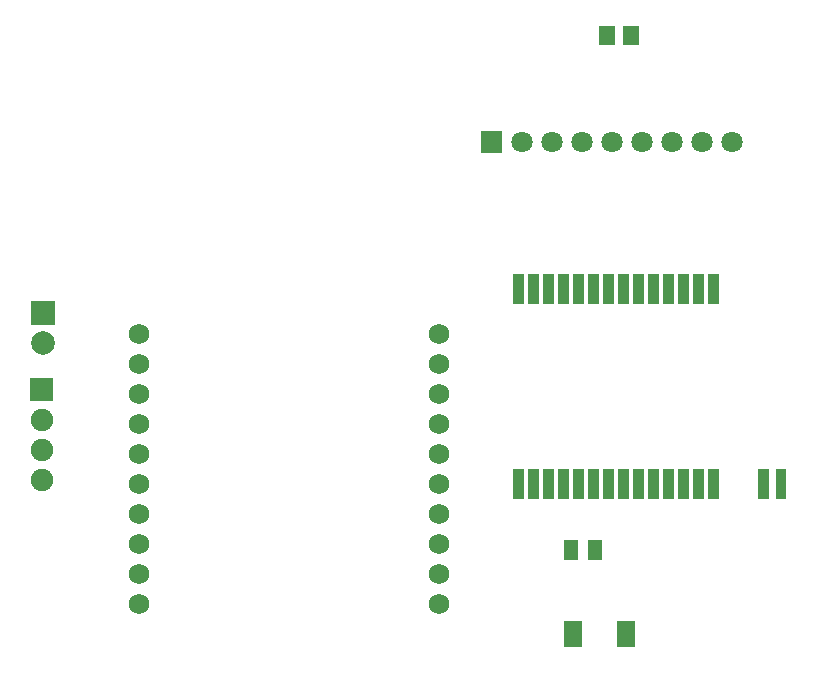
<source format=gts>
G04 Layer: TopSolderMaskLayer*
G04 EasyEDA v6.4.25, 2021-10-28T21:51:33--4:00*
G04 88f9fe5a47094e6790728aceff35a815,7db2125e4611476bb2993bf99425ef50,10*
G04 Gerber Generator version 0.2*
G04 Scale: 100 percent, Rotated: No, Reflected: No *
G04 Dimensions in inches *
G04 leading zeros omitted , absolute positions ,3 integer and 6 decimal *
%FSLAX36Y36*%
%MOIN*%

%ADD29C,0.0680*%
%ADD32C,0.0710*%
%ADD35C,0.0749*%
%ADD36C,0.0789*%

%LPD*%
D29*
G01*
X630999Y-4010000D03*
G01*
X630999Y-4110000D03*
G01*
X630999Y-4210000D03*
G01*
X630999Y-4310000D03*
G01*
X630999Y-4410000D03*
G01*
X630999Y-4510000D03*
G01*
X630999Y-4610000D03*
G01*
X630999Y-4710000D03*
G01*
X630999Y-4810000D03*
G01*
X630999Y-4910000D03*
G01*
X1631000Y-4910000D03*
G01*
X1631000Y-4810000D03*
G01*
X1631000Y-4710000D03*
G01*
X1631000Y-4610000D03*
G01*
X1631000Y-4510000D03*
G01*
X1631000Y-4410000D03*
G01*
X1631000Y-4310000D03*
G01*
X1631000Y-4210000D03*
G01*
X1631000Y-4110000D03*
G01*
X1631000Y-4010000D03*
G36*
X2243199Y-3047899D02*
G01*
X2243199Y-2982100D01*
X2296800Y-2982100D01*
X2296800Y-3047899D01*
G37*
G36*
X2163199Y-3047899D02*
G01*
X2163199Y-2982100D01*
X2216800Y-2982100D01*
X2216800Y-3047899D01*
G37*
G36*
X1769499Y-3405500D02*
G01*
X1769499Y-3334499D01*
X1840500Y-3334499D01*
X1840500Y-3405500D01*
G37*
D32*
G01*
X1905000Y-3370000D03*
G01*
X2005000Y-3370000D03*
G01*
X2105000Y-3370000D03*
G01*
X2205000Y-3370000D03*
G01*
X2305000Y-3370000D03*
G01*
X2405000Y-3370000D03*
G01*
X2505000Y-3370000D03*
G01*
X2605000Y-3370000D03*
G36*
X2046899Y-4764499D02*
G01*
X2046899Y-4695500D01*
X2094300Y-4695500D01*
X2094300Y-4764499D01*
G37*
G36*
X2125699Y-4764499D02*
G01*
X2125699Y-4695500D01*
X2173100Y-4695500D01*
X2173100Y-4764499D01*
G37*
G36*
X267500Y-4232500D02*
G01*
X267500Y-4157500D01*
X342500Y-4157500D01*
X342500Y-4232500D01*
G37*
D35*
G01*
X305000Y-4295000D03*
G01*
X305000Y-4395000D03*
G01*
X305000Y-4495000D03*
D36*
G01*
X310000Y-4040000D03*
G36*
X270599Y-3979400D02*
G01*
X270599Y-3900599D01*
X349400Y-3900599D01*
X349400Y-3979400D01*
G37*
G36*
X2752200Y-4559299D02*
G01*
X2752200Y-4460700D01*
X2787799Y-4460700D01*
X2787799Y-4559299D01*
G37*
G36*
X2692399Y-4559299D02*
G01*
X2692399Y-4460700D01*
X2727899Y-4460700D01*
X2727899Y-4559299D01*
G37*
G36*
X2526999Y-4559299D02*
G01*
X2526999Y-4460700D01*
X2562600Y-4460700D01*
X2562600Y-4559299D01*
G37*
G36*
X2476999Y-4559299D02*
G01*
X2476999Y-4460700D01*
X2512600Y-4460700D01*
X2512600Y-4559299D01*
G37*
G36*
X2426999Y-4559299D02*
G01*
X2426999Y-4460700D01*
X2462600Y-4460700D01*
X2462600Y-4559299D01*
G37*
G36*
X2376999Y-4559299D02*
G01*
X2376999Y-4460700D01*
X2412600Y-4460700D01*
X2412600Y-4559299D01*
G37*
G36*
X2526999Y-3909299D02*
G01*
X2526999Y-3810700D01*
X2562600Y-3810700D01*
X2562600Y-3909299D01*
G37*
G36*
X2477200Y-3909299D02*
G01*
X2477200Y-3810700D01*
X2512799Y-3810700D01*
X2512799Y-3909299D01*
G37*
G36*
X2426999Y-3909299D02*
G01*
X2426999Y-3810700D01*
X2462600Y-3810700D01*
X2462600Y-3909299D01*
G37*
G36*
X2376999Y-3909299D02*
G01*
X2376999Y-3810700D01*
X2412600Y-3810700D01*
X2412600Y-3909299D01*
G37*
G36*
X2326999Y-3909299D02*
G01*
X2326999Y-3810700D01*
X2362600Y-3810700D01*
X2362600Y-3909299D01*
G37*
G36*
X2276999Y-3909299D02*
G01*
X2276999Y-3810700D01*
X2312600Y-3810700D01*
X2312600Y-3909299D01*
G37*
G36*
X2326999Y-4559299D02*
G01*
X2326999Y-4460700D01*
X2362600Y-4460700D01*
X2362600Y-4559299D01*
G37*
G36*
X2276999Y-4559299D02*
G01*
X2276999Y-4460700D01*
X2312600Y-4460700D01*
X2312600Y-4559299D01*
G37*
G36*
X2226999Y-4559299D02*
G01*
X2226999Y-4460700D01*
X2262600Y-4460700D01*
X2262600Y-4559299D01*
G37*
G36*
X2176999Y-4559299D02*
G01*
X2176999Y-4460700D01*
X2212600Y-4460700D01*
X2212600Y-4559299D01*
G37*
G36*
X2076999Y-4559299D02*
G01*
X2076999Y-4460700D01*
X2112600Y-4460700D01*
X2112600Y-4559299D01*
G37*
G36*
X2126999Y-4559299D02*
G01*
X2126999Y-4460700D01*
X2162600Y-4460700D01*
X2162600Y-4559299D01*
G37*
G36*
X1926999Y-4559299D02*
G01*
X1926999Y-4460700D01*
X1962600Y-4460700D01*
X1962600Y-4559299D01*
G37*
G36*
X1876999Y-4559299D02*
G01*
X1876999Y-4460700D01*
X1912600Y-4460700D01*
X1912600Y-4559299D01*
G37*
G36*
X1976999Y-4559299D02*
G01*
X1976999Y-4460700D01*
X2012600Y-4460700D01*
X2012600Y-4559299D01*
G37*
G36*
X2026999Y-4559299D02*
G01*
X2026999Y-4460700D01*
X2062600Y-4460700D01*
X2062600Y-4559299D01*
G37*
G36*
X2076999Y-3909299D02*
G01*
X2076999Y-3810700D01*
X2112600Y-3810700D01*
X2112600Y-3909299D01*
G37*
G36*
X2126099Y-3909299D02*
G01*
X2126099Y-3810700D01*
X2161599Y-3810700D01*
X2161599Y-3909299D01*
G37*
G36*
X2226099Y-3909299D02*
G01*
X2226099Y-3810700D01*
X2261599Y-3810700D01*
X2261599Y-3909299D01*
G37*
G36*
X2176099Y-3909299D02*
G01*
X2176099Y-3810700D01*
X2211599Y-3810700D01*
X2211599Y-3909299D01*
G37*
G36*
X1976099Y-3909299D02*
G01*
X1976099Y-3810700D01*
X2011599Y-3810700D01*
X2011599Y-3909299D01*
G37*
G36*
X2026099Y-3909299D02*
G01*
X2026099Y-3810700D01*
X2061599Y-3810700D01*
X2061599Y-3909299D01*
G37*
G36*
X1926099Y-3909299D02*
G01*
X1926099Y-3810700D01*
X1961599Y-3810700D01*
X1961599Y-3909299D01*
G37*
G36*
X1876099Y-3909299D02*
G01*
X1876099Y-3810700D01*
X1911599Y-3810700D01*
X1911599Y-3909299D01*
G37*
G36*
X2045799Y-5053400D02*
G01*
X2045799Y-4966599D01*
X2106999Y-4966599D01*
X2106999Y-5053400D01*
G37*
G36*
X2223000Y-5053400D02*
G01*
X2223000Y-4966599D01*
X2284200Y-4966599D01*
X2284200Y-5053400D01*
G37*
M02*

</source>
